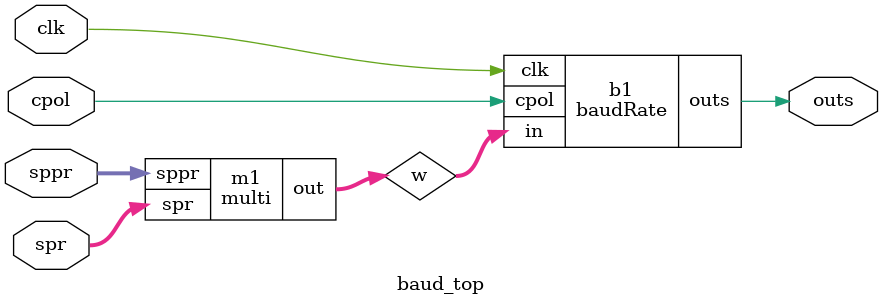
<source format=v>
`timescale 1ns / 1ps
module multi(sppr,spr,out);

input[2:0] sppr,spr;
output reg [10:0]out;
wire [7:0]res;
wire [3:0]res1,res2;
integer i;

assign res1=sppr+1;
assign res2=spr+1;
assign res=2**res2;					//formula:  baud rate gen divisor=(SPPR+1)*2^(SPR+1)

always@(*)
begin	
	out=11'b0;
	for(i=0;i<4;i=i+1)
	begin
		if(res1[i]==1)
		begin
			out=out+(res<<i);		//
		end
		else
			out=out;
	end
out = out>>1;

end
endmodule

//Baud rate generation
module baudRate(in,clk,cpol,outs);

input [10:0] in;
input clk,cpol;
output outs;
reg out;
reg i;
reg [10:0] cnt;

always@(posedge clk)
begin
/*if(rst)
begin
	out<=0;
	cnt<=0;
end
else*/
		if(cnt<in-1 && i==0)
			begin	
				out<=1;
				cnt<=cnt+1;
			end
		else if(cnt==in-1 && i==0)
			begin
				i<=1; 
				out<=1;
			end  
		else if(((cnt>0) || (in==1))&& i==1)
			begin
				out<=0;
            if(in==1)
				i<=0;	
				else
				cnt<=cnt-1;
			end
		else
			begin
				i<=0;
				cnt<=0;
			end		
	end
assign outs=cpol?out:~out;

endmodule

//bad top module
module baud_top(sppr,spr,clk,cpol,outs);

input clk,cpol;
input[2:0] sppr,spr;
output outs;
wire [10:0] w;

multi m1(sppr,spr,w);
baudRate b1(w,clk,cpol,outs);

endmodule
 
</source>
